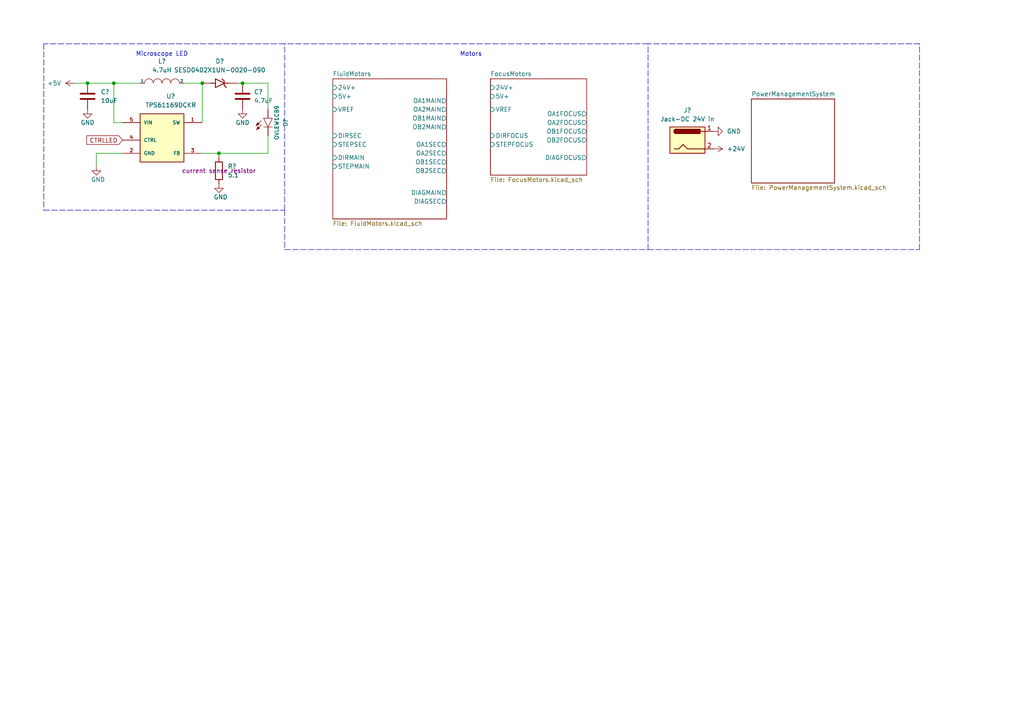
<source format=kicad_sch>
(kicad_sch (version 20211123) (generator eeschema)
  (paper "A4")
  (title_block (title "Water Quality Monitor") (date "2022-09-01") (rev "0.1") (company "HAN") (comment 1 "Casper R. Tak"))
  (lib_symbols
    (symbol "Connector:Jack-DC" (pin_names (offset 1.016))
      (property "Reference" "J" (at 0 5.334 0))
      (property "Value" "Jack-DC" (at 0 -5.08 0))
      (symbol "Jack-DC_0_1"
        (rectangle (start -5.08 3.81) (end 5.08 -3.81) (stroke (width 0.254)) (fill (type background)))
        (arc (start -3.302 3.175) (mid -3.937 2.54) (end -3.302 1.905) (stroke (width 0.254)))
        (arc (start -3.302 3.175) (mid -3.937 2.54) (end -3.302 1.905) (stroke (width 0.254)) (fill (type outline)))
        (polyline (pts (xy 5.08 2.54) (xy 3.81 2.54)) (stroke (width 0.254)))
        (polyline (pts (xy -3.81 -2.54) (xy -2.54 -2.54) (xy -1.27 -1.27) (xy 0 -2.54) (xy 2.54 -2.54) (xy 5.08 -2.54)) (stroke (width 0.254)))
        (rectangle (start 3.683 3.175) (end -3.302 1.905) (stroke (width 0.254)) (fill (type outline)))
      )
      (symbol "Jack-DC_1_1"
        (pin passive line (at 7.62 2.54 180) (length 2.54) (name "~") (number "1"))
        (pin passive line (at 7.62 -2.54 180) (length 2.54) (name "~") (number "2"))
      )
    )
    (symbol "Device:C" (pin_numbers hide) (pin_names (offset 0.254))
      (property "Reference" "C" (at 0.635 2.54 0))
      (property "Value" "C" (at 0.635 -2.54 0))
      (symbol "C_0_1"
        (polyline (pts (xy -2.032 -0.762) (xy 2.032 -0.762)) (stroke (width 0.508)))
        (polyline (pts (xy -2.032 0.762) (xy 2.032 0.762)) (stroke (width 0.508)))
      )
      (symbol "C_1_1"
        (pin passive line (at 0 3.81 270) (length 2.794) (name "~") (number "1"))
        (pin passive line (at 0 -3.81 90) (length 2.794) (name "~") (number "2"))
      )
    )
    (symbol "Device:R" (pin_numbers hide) (pin_names (offset 0))
      (property "Reference" "R" (at 2.032 0 90))
      (property "Value" "R" (at 0 0 90))
      (symbol "R_0_1"
        (rectangle (start -1.016 -2.54) (end 1.016 2.54) (stroke (width 0.254)))
      )
      (symbol "R_1_1"
        (pin passive line (at 0 3.81 270) (length 1.27) (name "~") (number "1"))
        (pin passive line (at 0 -3.81 90) (length 1.27) (name "~") (number "2"))
      )
    )
    (symbol "SESD0402X1UN-0020-090:SESD0402X1UN-0020-090" (pin_numbers hide) (pin_names (offset 1.016) hide)
      (property "Reference" "D" (at -5.08 2.54 0))
      (property "Value" "SESD0402X1UN-0020-090" (at -5.08 -3.81 0))
      (symbol "SESD0402X1UN-0020-090_0_0"
        (polyline (pts (xy -2.54 0) (xy -1.27 0)) (stroke (width 0.254)))
        (polyline (pts (xy -1.27 -1.27) (xy 1.27 0)) (stroke (width 0.254)))
        (polyline (pts (xy -1.27 0) (xy -1.27 -1.27)) (stroke (width 0.254)))
        (polyline (pts (xy -1.27 1.27) (xy -1.27 0)) (stroke (width 0.254)))
        (polyline (pts (xy 0.635 1.27) (xy 1.27 0.635)) (stroke (width 0.254)))
        (polyline (pts (xy 1.27 -0.635) (xy 1.905 -1.27)) (stroke (width 0.254)))
        (polyline (pts (xy 1.27 0) (xy -1.27 1.27)) (stroke (width 0.254)))
        (polyline (pts (xy 1.27 0) (xy 1.27 -0.635)) (stroke (width 0.254)))
        (polyline (pts (xy 1.27 0.635) (xy 1.27 0)) (stroke (width 0.254)))
        (polyline (pts (xy 2.54 0) (xy 1.27 0)) (stroke (width 0.254)))
        (pin passive line (at -5.08 0 0) (length 2.54) (name "~") (number "A"))
        (pin passive line (at 5.08 0 180) (length 2.54) (name "~") (number "C"))
      )
    )
    (symbol "SparkFun-LED:LED5MM" (pin_numbers hide) (pin_names (offset 1.016) hide)
      (property "Reference" "D" (at -1.27 -6.35 90))
      (property "Value" "LED5MM" (at 3.81 -6.35 90))
      (property "Field4" "XXX-00000" (at -6.35 0 90))
      (symbol "LED5MM_1_0"
        (polyline (pts (xy -2.032 -0.762) (xy -3.429 -2.159)))
        (polyline (pts (xy -1.905 -1.905) (xy -3.302 -3.302)))
        (polyline (pts (xy 0 -2.54) (xy -1.27 -2.54)))
        (polyline (pts (xy 0 -2.54) (xy -1.27 0)))
        (polyline (pts (xy 1.27 -2.54) (xy 0 -2.54)))
        (polyline (pts (xy 1.27 0) (xy -1.27 0)))
        (polyline (pts (xy 1.27 0) (xy 0 -2.54)))
      )
      (symbol "LED5MM_1_1"
        (polyline (pts (xy -3.429 -2.159) (xy -3.048 -1.27) (xy -3.048 -1.27) (xy -2.54 -1.778) (xy -2.54 -1.778) (xy -3.429 -2.159)) (fill (type outline)))
        (polyline (pts (xy -3.302 -3.302) (xy -2.921 -2.413) (xy -2.921 -2.413) (xy -2.413 -2.921) (xy -2.413 -2.921) (xy -3.302 -3.302)) (fill (type outline)))
        (pin passive line (at 0 2.54 270) (length 2.54) (name "A") (number "A"))
        (pin passive line (at 0 -5.08 90) (length 2.54) (name "C") (number "K"))
      )
    )
    (symbol "TPS61169DCKR:TPS61169DCKR" (pin_names (offset 1.016))
      (property "Reference" "U?" (at -1.27 12.7 0))
      (property "Value" "TPS61169DCKR" (at -1.27 10.16 0))
      (symbol "TPS61169DCKR_0_0"
        (rectangle (start -10.16 7.62) (end 2.54 -6.35) (stroke (width 0.254)) (fill (type background)))
        (pin input line (at 7.62 5.08 180) (length 5.08) (name "SW") (number "1"))
        (pin power_in line (at -15.24 -3.81 0) (length 5.08) (name "GND") (number "2"))
        (pin input line (at 7.62 -3.81 180) (length 5.08) (name "FB") (number "3"))
        (pin input line (at -15.24 0 0) (length 5.08) (name "CTRL") (number "4"))
        (pin input line (at -15.24 5.08 0) (length 5.08) (name "VIN") (number "5"))
      )
    )
    (symbol "power:+24V" (power) (pin_names (offset 0))
      (property "Value" "+24V" (at 0 3.556 0))
      (symbol "+24V_0_1"
        (polyline (pts (xy -0.762 1.27) (xy 0 2.54)))
        (polyline (pts (xy 0 0) (xy 0 2.54)))
        (polyline (pts (xy 0 2.54) (xy 0.762 1.27)))
      )
      (symbol "+24V_1_1"
        (pin power_in line (at 0 0 90) (length 0) hide (name "+24V") (number "1"))
      )
    )
    (symbol "power:+5V" (power) (pin_names (offset 0))
      (property "Value" "+5V" (at 0 3.556 0))
      (symbol "+5V_0_1"
        (polyline (pts (xy -0.762 1.27) (xy 0 2.54)))
        (polyline (pts (xy 0 0) (xy 0 2.54)))
        (polyline (pts (xy 0 2.54) (xy 0.762 1.27)))
      )
      (symbol "+5V_1_1"
        (pin power_in line (at 0 0 90) (length 0) hide (name "+5V") (number "1"))
      )
    )
    (symbol "power:GND" (power) (pin_names (offset 0))
      (property "Value" "GND" (at 0 -3.81 0))
      (symbol "GND_0_1"
        (polyline (pts (xy 0 0) (xy 0 -1.27) (xy 1.27 -1.27) (xy 0 -2.54) (xy -1.27 -1.27) (xy 0 -1.27)))
      )
      (symbol "GND_1_1"
        (pin power_in line (at 0 0 270) (length 0) hide (name "GND") (number "1"))
      )
    )
    (symbol "pspice:INDUCTOR" (pin_numbers hide) (pin_names (offset 0))
      (property "Reference" "L" (at 0 2.54 0))
      (property "Value" "INDUCTOR" (at 0 -1.27 0))
      (symbol "INDUCTOR_0_1"
        (arc (start -2.54 0) (mid -3.81 1.27) (end -5.08 0))
        (arc (start 0 0) (mid -1.27 1.27) (end -2.54 0))
        (arc (start 2.54 0) (mid 1.27 1.27) (end 0 0))
        (arc (start 5.08 0) (mid 3.81 1.27) (end 2.54 0))
      )
      (symbol "INDUCTOR_1_1"
        (pin input line (at -6.35 0 0) (length 1.27) (name "1") (number "1"))
        (pin input line (at 6.35 0 180) (length 1.27) (name "2") (number "2"))
      )
    )
  )
  (junction (at 58.674 24.13))
  (junction (at 33.02 24.13))
  (junction (at 63.5 44.45))
  (junction (at 70.358 24.13))
  (junction (at 25.4 24.13))
  (polyline (pts (xy 82.55 72.39) (xy 187.96 72.39)))
  (wire (pts (xy 63.5 44.45) (xy 63.5 45.72)))
  (wire (pts (xy 70.358 24.13) (xy 77.724 24.13)))
  (wire (pts (xy 68.834 24.13) (xy 70.358 24.13)))
  (wire (pts (xy 27.94 44.45) (xy 27.94 48.26)))
  (polyline (pts (xy 187.96 72.39) (xy 266.7 72.39)))
  (wire (pts (xy 35.56 35.56) (xy 33.02 35.56)))
  (wire (pts (xy 58.674 24.13) (xy 53.34 24.13)))
  (polyline (pts (xy 82.55 60.96) (xy 82.55 12.7)))
  (wire (pts (xy 63.5 44.45) (xy 77.724 44.45)))
  (wire (pts (xy 58.42 44.45) (xy 63.5 44.45)))
  (wire (pts (xy 58.674 24.13) (xy 58.674 35.56)))
  (wire (pts (xy 77.724 24.13) (xy 77.724 31.75)))
  (polyline (pts (xy 82.55 60.96) (xy 82.55 72.39)))
  (polyline (pts (xy 187.96 12.7) (xy 82.55 12.7)))
  (polyline (pts (xy 82.55 12.7) (xy 12.7 12.7)))
  (wire (pts (xy 77.724 39.37) (xy 77.724 44.45)))
  (wire (pts (xy 25.4 24.13) (xy 33.02 24.13)))
  (polyline (pts (xy 266.7 12.7) (xy 187.96 12.7)))
  (wire (pts (xy 21.59 24.13) (xy 25.4 24.13)))
  (wire (pts (xy 33.02 24.13) (xy 40.64 24.13)))
  (wire (pts (xy 33.02 35.56) (xy 33.02 24.13)))
  (wire (pts (xy 58.42 35.56) (xy 58.674 35.56)))
  (polyline (pts (xy 187.96 72.39) (xy 187.96 12.7)))
  (wire (pts (xy 27.94 44.45) (xy 35.56 44.45)))
  (polyline (pts (xy 12.7 12.7) (xy 12.7 60.96)))
  (polyline (pts (xy 266.7 72.39) (xy 266.7 12.7)))
  (polyline (pts (xy 12.7 60.96) (xy 82.55 60.96)))
  (text "Microscope LED" (at 39.37 16.51 0) (effects (font (size 1.27 1.27)) (justify left bottom)))
  (text "Motors" (at 133.35 16.51 0) (effects (font (size 1.27 1.27)) (justify left bottom)))
  (global_label "CTRLLED" (shape input) (at 35.56 40.64 180) (property "Intersheet References" "${INTERSHEET_REFS}" (effects hide)))
  (symbol (lib_id "power:GND") (at 207.01 38.1 90) (unit 1)
    (property "Reference" "#PWR?" (effects hide))
    (property "Value" "GND" (at 210.82 38.0999 90) (effects (justify right)))
  )
  (symbol (lib_id "SESD0402X1UN-0020-090:SESD0402X1UN-0020-090") (at 63.754 24.13 0) (unit 1)
    (property "Reference" "D?" (at 63.754 17.78 0))
    (property "Value" "SESD0402X1UN-0020-090" (at 63.754 20.32 0))
    (property "Footprint" "DIODFN100X60X43-2N" (effects hide))
    (property "MAXIMUM_PACKAGE_HEIGHT" "0.43mm" (effects hide))
    (property "STANDARD" "IPC 7351B" (effects hide))
    (property "PARTREV" "08/22/19" (effects hide))
    (property "MANUFACTURER" "Littelfuse Inc." (effects hide))
  )
  (symbol (lib_id "power:+24V") (at 207.01 43.18 270) (unit 1)
    (property "Reference" "#PWR?" (effects hide))
    (property "Value" "+24V" (at 210.82 43.1799 90) (effects (justify left)))
  )
  (symbol (lib_id "power:GND") (at 27.94 48.26 0) (unit 1)
    (property "Reference" "#PWR?" (effects hide))
    (property "Value" "GND" (at 30.48 52.07 0) (effects (justify right)))
  )
  (symbol (lib_id "power:GND") (at 25.4 31.75 0) (unit 1)
    (property "Reference" "#PWR?" (effects hide))
    (property "Value" "GND" (at 25.4 35.56 0))
  )
  (symbol (lib_id "power:GND") (at 70.358 31.75 0) (unit 1)
    (property "Reference" "#PWR?" (effects hide))
    (property "Value" "GND" (at 70.358 35.56 0))
  )
  (symbol (lib_id "Device:R") (at 63.5 49.53 180) (unit 1)
    (property "Reference" "R?" (at 66.04 48.2599 0) (effects (justify right)))
    (property "Value" "5.1" (at 66.04 50.7999 0) (effects (justify right)))
    (property "Purpose" "current sense resistor" (at 63.5 49.53 0))
  )
  (symbol (lib_id "Device:C") (at 25.4 27.94 0) (unit 1)
    (property "Reference" "C?" (at 29.21 26.6699 0) (effects (justify left)))
    (property "Value" "10uF" (at 29.21 29.2099 0) (effects (justify left)))
  )
  (symbol (lib_id "Device:C") (at 70.358 27.94 0) (unit 1)
    (property "Reference" "C?" (at 73.66 26.6699 0) (effects (justify left)))
    (property "Value" "4.7uF" (at 73.66 29.2099 0) (effects (justify left)))
    (property "Purpose" "for output ripple and loop stability" (effects hide))
  )
  (symbol (lib_id "pspice:INDUCTOR") (at 46.99 24.13 0) (unit 1)
    (property "Reference" "L?" (at 46.99 17.78 0))
    (property "Value" "4.7uH" (at 46.99 20.32 0))
    (property "Purpose" "loop stability, effiency, state operation" (effects hide))
  )
  (symbol (lib_id "TPS61169DCKR:TPS61169DCKR") (at 50.8 40.64 0) (unit 1)
    (property "Reference" "U?" (at 49.53 27.94 0))
    (property "Value" "TPS61169DCKR" (at 49.53 30.48 0))
    (property "Footprint" "SOT65P210X110-5N" (effects hide))
    (property "STANDARD" "IPC-7351B" (effects hide))
    (property "PARTREV" "A" (effects hide))
    (property "MANUFACTURER" "Texas Instruments" (effects hide))
    (property "MAXIMUM_PACKAGE_HEIGHT" "1.1mm" (effects hide))
  )
  (symbol (lib_id "power:GND") (at 63.5 53.34 0) (unit 1)
    (property "Reference" "#PWR?" (effects hide))
    (property "Value" "GND" (at 66.04 57.15 0) (effects (justify right)))
  )
  (symbol (lib_id "Connector:Jack-DC") (at 199.39 40.64 0) (unit 1)
    (property "Reference" "J?" (at 199.39 32.004 0))
    (property "Value" "Jack-DC 24V in" (at 199.39 34.544 0))
  )
  (symbol (lib_id "SparkFun-LED:LED5MM") (at 77.724 34.29 0) (unit 1)
    (property "Reference" "D?" (at 82.804 35.56 90) (effects (font (size 1.143 1.143))))
    (property "Value" "OVLEW1CB9" (at 80.264 35.56 90) (effects (font (size 1.143 1.143))))
    (property "Footprint" "LED_5MM" (effects hide))
    (property "Datasheet" "https://www.farnell.com/datasheets/2702468.pdf" (effects hide))
    (property "Field4" "XXX-00000" (effects hide))
    (property "Purpose" "LED for microscope" (effects hide))
  )
  (symbol (lib_id "power:+5V") (at 21.59 24.13 90) (unit 1)
    (property "Reference" "#PWR?" (effects hide))
    (property "Value" "+5V" (at 17.78 24.1299 90) (effects (justify left)))
  )
  (sheet (at 96.52 22.86) (size 33.02 40.64) (stroke (width 0.1524))
    (property "Sheet name" "FluidMotors" (at 96.52 22.1484 0) (effects (justify left bottom)))
    (property "Sheet file" "FluidMotors.kicad_sch" (at 96.52 64.0846 0) (effects (justify left top)))
    (pin "DIRSEC" input (at 96.52 39.37 180))
    (pin "STEPSEC" input (at 96.52 41.91 180))
    (pin "STEPMAIN" input (at 96.52 48.26 180))
    (pin "DIRMAIN" input (at 96.52 45.72 180))
    (pin "VREF" input (at 96.52 31.75 180))
    (pin "OA1SEC" output (at 129.54 41.91 0))
    (pin "OA2SEC" output (at 129.54 44.45 0))
    (pin "5V+" input (at 96.52 27.94 180))
    (pin "24V+" input (at 96.52 25.4 180))
    (pin "DIAGMAIN" output (at 129.54 55.88 0))
    (pin "OA2MAIN" output (at 129.54 31.75 0))
    (pin "OA1MAIN" output (at 129.54 29.21 0))
    (pin "OB2MAIN" output (at 129.54 36.83 0))
    (pin "OB1MAIN" output (at 129.54 34.29 0))
    (pin "OB1SEC" output (at 129.54 46.99 0))
    (pin "DIAGSEC" output (at 129.54 58.42 0))
    (pin "OB2SEC" output (at 129.54 49.53 0))
  )
  (sheet (at 217.932 28.702) (size 24.13 24.384) (stroke (width 0.1524))
    (property "Sheet name" "PowerManagementSystem" (at 217.932 27.9904 0) (effects (justify left bottom)))
    (property "Sheet file" "PowerManagementSystem.kicad_sch" (at 217.932 53.6706 0) (effects (justify left top)))
  )
  (sheet (at 142.24 22.86) (size 27.94 27.94) (stroke (width 0.1524))
    (property "Sheet name" "FocusMotors" (at 142.24 22.1484 0) (effects (justify left bottom)))
    (property "Sheet file" "FocusMotors.kicad_sch" (at 142.24 51.3846 0) (effects (justify left top)))
    (pin "24V+" input (at 142.24 25.4 180))
    (pin "5V+" input (at 142.24 27.94 180))
    (pin "VREF" input (at 142.24 31.75 180))
    (pin "OB2FOCUS" output (at 170.18 40.64 0))
    (pin "OA1FOCUS" output (at 170.18 33.02 0))
    (pin "OB1FOCUS" output (at 170.18 38.1 0))
    (pin "OA2FOCUS" output (at 170.18 35.56 0))
    (pin "DIAGFOCUS" output (at 170.18 45.72 0))
    (pin "DIRFOCUS" input (at 142.24 39.37 180))
    (pin "STEPFOCUS" input (at 142.24 41.91 180))
  )
)
</source>
